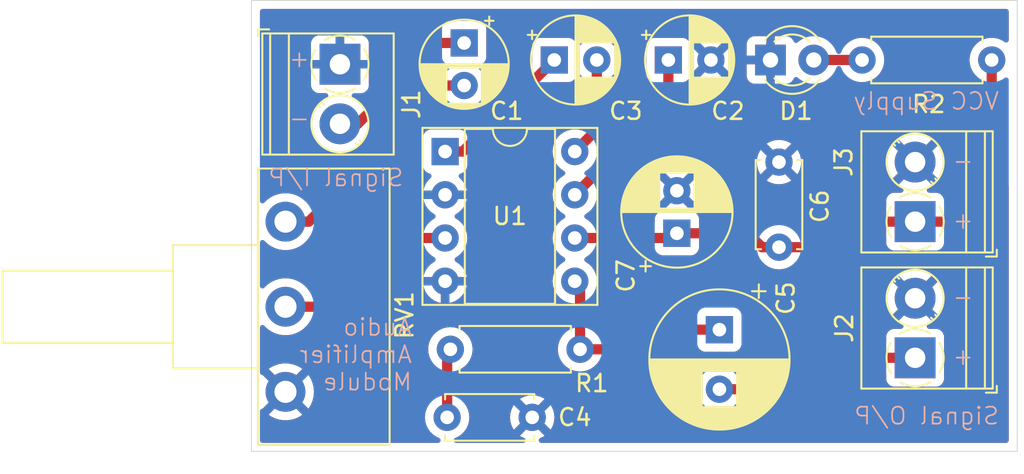
<source format=kicad_pcb>
(kicad_pcb (version 20240108) (generator "pcbnew") (generator_version "8.0")
  (layers (0 "F.Cu" signal) (31 "B.Cu" signal) (34 "B.Paste" user) (35 "F.Paste" user) (36 "B.SilkS" user "B.Silkscreen") (37 "F.SilkS" user "F.Silkscreen") (38 "B.Mask" user) (39 "F.Mask" user) (44 "Edge.Cuts" user))
  (net 0 "")
  (net 1 "Net-(J1-Pin_2)")
  (net 2 "Net-(C1-Pad2)")
  (net 3 "Net-(U1-BYPASS)")
  (net 4 "GND")
  (net 5 "Net-(C3-Pad2)")
  (net 6 "Net-(C3-Pad1)")
  (net 7 "Net-(C4-Pad1)")
  (net 8 "Net-(J2-Pin_1)")
  (net 9 "Net-(C5-Pad1)")
  (net 10 "Net-(J3-Pin_1)")
  (net 11 "Net-(D1-A)")
  (net 12 "Net-(U1-+)")
  (footprint "Potentiometer_THT:Potentiometer_Piher_T-16H_Single_Horizontal" (layer "F.Cu") (at 152 136.5 180)
    (property "Reference" "RV1" (at -7 -5.5 90) (layer "F.SilkS"))
    (property "Value" "10k")
    (pad "1" thru_hole circle (at 0 0 180) (size 2.34 2.34) (drill 1.3) (layers "*.Cu" "*.Mask") (net 2 "Net-(C1-Pad2)"))
    (pad "2" thru_hole circle (at 0 -5 180) (size 2.34 2.34) (drill 1.3) (layers "*.Cu" "*.Mask") (net 12 "Net-(U1-+)"))
    (pad "3" thru_hole circle (at 0 -10 180) (size 2.34 2.34) (drill 1.3) (layers "*.Cu" "*.Mask") (net 4 "GND"))
  )
  (footprint "Resistor_THT:R_Axial_DIN0207_L6.3mm_D2.5mm_P7.62mm_Horizontal" (layer "F.Cu") (at 169.31 144 180)
    (property "Reference" "R1" (at -0.69 -2 0) (layer "F.SilkS"))
    (property "Value" "10R")
    (pad "1" thru_hole circle (at 0 0 180) (size 1.6 1.6) (drill 0.8) (layers "*.Cu" "*.Mask") (net 9 "Net-(C5-Pad1)"))
    (pad "2" thru_hole oval (at 7.62 0 180) (size 1.6 1.6) (drill 0.8) (layers "*.Cu" "*.Mask") (net 7 "Net-(C4-Pad1)"))
  )
  (footprint "Package_DIP:DIP-8_W7.62mm_Socket" (layer "F.Cu") (at 161.38 132.38)
    (property "Reference" "U1" (at 3.8 3.8 0) (layer "F.SilkS"))
    (property "Value" "LM386")
    (pad "1" thru_hole rect (at 0 0) (size 1.6 1.6) (drill 0.8) (layers "*.Cu" "*.Mask") (net 6 "Net-(C3-Pad1)"))
    (pad "2" thru_hole oval (at 0 2.54) (size 1.6 1.6) (drill 0.8) (layers "*.Cu" "*.Mask") (net 4 "GND"))
    (pad "3" thru_hole oval (at 0 5.08) (size 1.6 1.6) (drill 0.8) (layers "*.Cu" "*.Mask") (net 12 "Net-(U1-+)"))
    (pad "4" thru_hole oval (at 0 7.62) (size 1.6 1.6) (drill 0.8) (layers "*.Cu" "*.Mask") (net 4 "GND"))
    (pad "5" thru_hole oval (at 7.62 7.62) (size 1.6 1.6) (drill 0.8) (layers "*.Cu" "*.Mask") (net 9 "Net-(C5-Pad1)"))
    (pad "6" thru_hole oval (at 7.62 5.08) (size 1.6 1.6) (drill 0.8) (layers "*.Cu" "*.Mask") (net 10 "Net-(J3-Pin_1)"))
    (pad "7" thru_hole oval (at 7.62 2.54) (size 1.6 1.6) (drill 0.8) (layers "*.Cu" "*.Mask") (net 3 "Net-(U1-BYPASS)"))
    (pad "8" thru_hole oval (at 7.62 0) (size 1.6 1.6) (drill 0.8) (layers "*.Cu" "*.Mask") (net 5 "Net-(C3-Pad2)"))
  )
  (footprint "Capacitor_THT:CP_Radial_D5.0mm_P2.50mm" (layer "F.Cu") (at 174.5 127)
    (property "Reference" "C2" (at 3.5 3 0) (layer "F.SilkS"))
    (property "Value" "10uF")
    (pad "1" thru_hole rect (at 0 0) (size 1.6 1.6) (drill 0.8) (layers "*.Cu" "*.Mask") (net 3 "Net-(U1-BYPASS)"))
    (pad "2" thru_hole circle (at 2.5 0) (size 1.6 1.6) (drill 0.8) (layers "*.Cu" "*.Mask") (net 4 "GND"))
  )
  (footprint "TerminalBlock_Phoenix:TerminalBlock_Phoenix_PT-1,5-2-3.5-H_1x02_P3.50mm_Horizontal" (layer "F.Cu") (at 189 144.5 90)
    (property "Reference" "J2" (at 1.75 -4.16 90) (layer "F.SilkS"))
    (property "Value" "Signal O/P")
    (pad "1" thru_hole rect (at 0 0 90) (size 2.4 2.4) (drill 1.2) (layers "*.Cu" "*.Mask") (net 8 "Net-(J2-Pin_1)"))
    (pad "2" thru_hole circle (at 3.5 0 90) (size 2.4 2.4) (drill 1.2) (layers "*.Cu" "*.Mask") (net 4 "GND"))
  )
  (footprint "LED_THT:LED_D3.0mm" (layer "F.Cu") (at 180.5 127)
    (property "Reference" "D1" (at 1.5 3 0) (layer "F.SilkS"))
    (property "Value" "LED")
    (pad "1" thru_hole rect (at 0 0) (size 1.8 1.8) (drill 0.9) (layers "*.Cu" "*.Mask") (net 4 "GND"))
    (pad "2" thru_hole circle (at 2.54 0) (size 1.8 1.8) (drill 0.9) (layers "*.Cu" "*.Mask") (net 11 "Net-(D1-A)"))
  )
  (footprint "Capacitor_THT:CP_Radial_D5.0mm_P2.50mm" (layer "F.Cu") (at 167.794888 127)
    (property "Reference" "C3" (at 4.205112 3 0) (layer "F.SilkS"))
    (property "Value" "10uF")
    (pad "1" thru_hole rect (at 0 0) (size 1.6 1.6) (drill 0.8) (layers "*.Cu" "*.Mask") (net 6 "Net-(C3-Pad1)"))
    (pad "2" thru_hole circle (at 2.5 0) (size 1.6 1.6) (drill 0.8) (layers "*.Cu" "*.Mask") (net 5 "Net-(C3-Pad2)"))
  )
  (footprint "Capacitor_THT:CP_Radial_D8.0mm_P3.50mm" (layer "F.Cu") (at 177.5 142.847349 -90)
    (property "Reference" "C5" (at -1.847349 -3.9 90) (layer "F.SilkS"))
    (property "Value" "470uF")
    (pad "1" thru_hole rect (at 0 0 270) (size 1.6 1.6) (drill 0.8) (layers "*.Cu" "*.Mask") (net 9 "Net-(C5-Pad1)"))
    (pad "2" thru_hole circle (at 3.5 0 270) (size 1.6 1.6) (drill 0.8) (layers "*.Cu" "*.Mask") (net 8 "Net-(J2-Pin_1)"))
  )
  (footprint "Resistor_THT:R_Axial_DIN0207_L6.3mm_D2.5mm_P7.62mm_Horizontal" (layer "F.Cu") (at 193.5 127 180)
    (property "Reference" "R2" (at 3.7 -2.6 0) (layer "F.SilkS"))
    (property "Value" "1.2k")
    (pad "1" thru_hole circle (at 0 0 180) (size 1.6 1.6) (drill 0.8) (layers "*.Cu" "*.Mask") (net 10 "Net-(J3-Pin_1)"))
    (pad "2" thru_hole oval (at 7.62 0 180) (size 1.6 1.6) (drill 0.8) (layers "*.Cu" "*.Mask") (net 11 "Net-(D1-A)"))
  )
  (footprint "Capacitor_THT:C_Disc_D5.0mm_W2.5mm_P5.00mm" (layer "F.Cu") (at 161.5 148)
    (property "Reference" "C4" (at 7.5 0 0) (layer "F.SilkS"))
    (property "Value" "47nF")
    (pad "1" thru_hole circle (at 0 0) (size 1.6 1.6) (drill 0.8) (layers "*.Cu" "*.Mask") (net 7 "Net-(C4-Pad1)"))
    (pad "2" thru_hole circle (at 5 0) (size 1.6 1.6) (drill 0.8) (layers "*.Cu" "*.Mask") (net 4 "GND"))
  )
  (footprint "Capacitor_THT:CP_Radial_D6.3mm_P2.50mm" (layer "F.Cu") (at 175 137.18238 90)
    (property "Reference" "C7" (at -2.5 -3 90) (layer "F.SilkS"))
    (property "Value" "100uF")
    (pad "1" thru_hole rect (at 0 0 90) (size 1.6 1.6) (drill 0.8) (layers "*.Cu" "*.Mask") (net 10 "Net-(J3-Pin_1)"))
    (pad "2" thru_hole circle (at 2.5 0 90) (size 1.6 1.6) (drill 0.8) (layers "*.Cu" "*.Mask") (net 4 "GND"))
  )
  (footprint "Capacitor_THT:C_Disc_D5.0mm_W2.5mm_P5.00mm" (layer "F.Cu") (at 181 138 90)
    (property "Reference" "C6" (at 2.4 2.4 90) (layer "F.SilkS"))
    (property "Value" "100nF")
    (pad "1" thru_hole circle (at 0 0 90) (size 1.6 1.6) (drill 0.8) (layers "*.Cu" "*.Mask") (net 10 "Net-(J3-Pin_1)"))
    (pad "2" thru_hole circle (at 5 0 90) (size 1.6 1.6) (drill 0.8) (layers "*.Cu" "*.Mask") (net 4 "GND"))
  )
  (footprint "TerminalBlock_Phoenix:TerminalBlock_Phoenix_PT-1,5-2-3.5-H_1x02_P3.50mm_Horizontal" (layer "F.Cu") (at 189 136.5 90)
    (property "Reference" "J3" (at 3.5 -4.2 90) (layer "F.SilkS"))
    (property "Value" "VCC Supply")
    (pad "1" thru_hole rect (at 0 0 90) (size 2.4 2.4) (drill 1.2) (layers "*.Cu" "*.Mask") (net 10 "Net-(J3-Pin_1)"))
    (pad "2" thru_hole circle (at 3.5 0 90) (size 2.4 2.4) (drill 1.2) (layers "*.Cu" "*.Mask") (net 4 "GND"))
  )
  (footprint "TerminalBlock_Phoenix:TerminalBlock_Phoenix_PT-1,5-2-3.5-H_1x02_P3.50mm_Horizontal" (layer "F.Cu") (at 155.2 127.25 -90)
    (property "Reference" "J1" (at 2.35 -4.2 90) (layer "F.SilkS"))
    (property "Value" "Signal I/P")
    (pad "1" thru_hole rect (at 0 0 270) (size 2.4 2.4) (drill 1.2) (layers "*.Cu" "*.Mask") (net 4 "GND"))
    (pad "2" thru_hole circle (at 3.5 0 270) (size 2.4 2.4) (drill 1.2) (layers "*.Cu" "*.Mask") (net 1 "Net-(J1-Pin_2)"))
  )
  (footprint "Capacitor_THT:CP_Radial_D5.0mm_P2.50mm" (layer "F.Cu") (at 162.5 126 -90)
    (property "Reference" "C1" (at 4 -2.5 180) (layer "F.SilkS"))
    (property "Value" "3.3uF")
    (pad "1" thru_hole rect (at 0 0 270) (size 1.6 1.6) (drill 0.8) (layers "*.Cu" "*.Mask") (net 1 "Net-(J1-Pin_2)"))
    (pad "2" thru_hole circle (at 2.5 0 270) (size 1.6 1.6) (drill 0.8) (layers "*.Cu" "*.Mask") (net 2 "Net-(C1-Pad2)"))
  )
  (gr_rect (start 150 123.5) (end 195 150) (stroke (width 0.05)) (fill none) (layer "Edge.Cuts"))
  (gr_text "+" (at 192.5 137 0) (layer "B.SilkS") (effects (font (size 1 1) (thickness 0.1)) (justify left bottom mirror)))
  (gr_text "-\n" (at 192.5 141.5 0) (layer "B.SilkS") (effects (font (size 1 1) (thickness 0.1)) (justify left bottom mirror)))
  (gr_text "-" (at 192.5 133.5 0) (layer "B.SilkS") (effects (font (size 1 1) (thickness 0.1)) (justify left bottom mirror)))
  (gr_text "-" (at 153.5 131 0) (layer "B.SilkS") (effects (font (size 1 1) (thickness 0.1)) (justify left bottom mirror)))
  (gr_text "+" (at 153.5 127.5 0) (layer "B.SilkS") (effects (font (size 1 1) (thickness 0.1)) (justify left bottom mirror)))
  (gr_text "VCC Supply" (at 194 130 0) (layer "B.SilkS") (effects (font (size 1 1) (thickness 0.1)) (justify left bottom mirror)))
  (gr_text "+" (at 192.5 145 0) (layer "B.SilkS") (effects (font (size 1 1) (thickness 0.1)) (justify left bottom mirror)))
  (gr_text "Signal I/P" (at 159 134.5 0) (layer "B.SilkS") (effects (font (size 1 1) (thickness 0.1)) (justify left bottom mirror)))
  (gr_text "Audio\nAmplifier\nModule" (at 159.5 146.5 0) (layer "B.SilkS") (effects (font (size 1 1) (thickness 0.1)) (justify left bottom mirror)))
  (gr_text "Signal O/P" (at 194 148.5 0) (layer "B.SilkS") (effects (font (size 1 1) (thickness 0.1)) (justify left bottom mirror)))
  (segment (start 162.5 126) (end 161 126) (width 0.6) (layer "F.Cu") (net 1))
  (segment (start 161 126) (end 156.25 130.75) (width 0.6) (layer "F.Cu") (net 1))
  (segment (start 156.25 130.75) (end 155.2 130.75) (width 0.6) (layer "F.Cu") (net 1))
  (segment (start 153.36863 136.5) (end 152 136.5) (width 0.6) (layer "F.Cu") (net 2))
  (segment (start 161.36863 128.5) (end 153.36863 136.5) (width 0.6) (layer "F.Cu") (net 2))
  (segment (start 162.5 128.5) (end 161.36863 128.5) (width 0.6) (layer "F.Cu") (net 2))
  (segment (start 169 134.92) (end 174.5 129.42) (width 0.6) (layer "F.Cu") (net 3))
  (segment (start 174.5 129.42) (end 174.5 127) (width 0.6) (layer "F.Cu") (net 3))
  (segment (start 170.294888 131.085112) (end 170.294888 127) (width 0.6) (layer "F.Cu") (net 5))
  (segment (start 169 132.38) (end 170.294888 131.085112) (width 0.6) (layer "F.Cu") (net 5))
  (segment (start 161.38 132.38) (end 162.414888 132.38) (width 0.6) (layer "F.Cu") (net 6))
  (segment (start 162.414888 132.38) (end 167.794888 127) (width 0.6) (layer "F.Cu") (net 6))
  (segment (start 161.5 144.19) (end 161.69 144) (width 0.6) (layer "F.Cu") (net 7))
  (segment (start 161.5 148) (end 161.5 144.19) (width 0.6) (layer "F.Cu") (net 7))
  (segment (start 184.5 144.5) (end 189 144.5) (width 0.6) (layer "F.Cu") (net 8))
  (segment (start 182.652651 146.347349) (end 184.5 144.5) (width 0.6) (layer "F.Cu") (net 8))
  (segment (start 177.5 146.347349) (end 182.652651 146.347349) (width 0.6) (layer "F.Cu") (net 8))
  (segment (start 173 144) (end 169.31 144) (width 0.6) (layer "F.Cu") (net 9))
  (segment (start 169.31 144) (end 169.31 140.31) (width 0.6) (layer "F.Cu") (net 9))
  (segment (start 174.152651 142.847349) (end 173 144) (width 0.6) (layer "F.Cu") (net 9))
  (segment (start 169.31 140.31) (end 169 140) (width 0.6) (layer "F.Cu") (net 9))
  (segment (start 177.5 142.847349) (end 174.152651 142.847349) (width 0.6) (layer "F.Cu") (net 9))
  (segment (start 169 137.46) (end 174.72238 137.46) (width 0.6) (layer "F.Cu") (net 10))
  (segment (start 180 138) (end 179.18238 137.18238) (width 0.6) (layer "F.Cu") (net 10))
  (segment (start 181 138) (end 180 138) (width 0.6) (layer "F.Cu") (net 10))
  (segment (start 185.5 136.5) (end 184 138) (width 0.6) (layer "F.Cu") (net 10))
  (segment (start 184 138) (end 181 138) (width 0.6) (layer "F.Cu") (net 10))
  (segment (start 189 136.5) (end 185.5 136.5) (width 0.6) (layer "F.Cu") (net 10))
  (segment (start 174.72238 137.46) (end 175 137.18238) (width 0.6) (layer "F.Cu") (net 10))
  (segment (start 191 136.5) (end 189 136.5) (width 0.6) (layer "F.Cu") (net 10))
  (segment (start 193.5 134) (end 191 136.5) (width 0.6) (layer "F.Cu") (net 10))
  (segment (start 193.5 127) (end 193.5 134) (width 0.6) (layer "F.Cu") (net 10))
  (segment (start 179.18238 137.18238) (end 175 137.18238) (width 0.6) (layer "F.Cu") (net 10))
  (segment (start 185.88 127) (end 183.04 127) (width 0.6) (layer "F.Cu") (net 11))
  (segment (start 154 141.5) (end 158.04 137.46) (width 0.6) (layer "F.Cu") (net 12))
  (segment (start 152 141.5) (end 154 141.5) (width 0.6) (layer "F.Cu") (net 12))
  (segment (start 158.04 137.46) (end 161.38 137.46) (width 0.6) (layer "F.Cu") (net 12))
  (zone (net 4) (net_name "GND") (layers "F&B.Cu") (connect_pads (clearance 0.5)) (min_thickness 0.3) (fill yes (thermal_gap 0.5) (thermal_bridge_width 0.5))
    (polygon (pts (xy 150 123.5) (xy 195 123.5) (xy 195 150) (xy 150 150)))
  )
)
</source>
